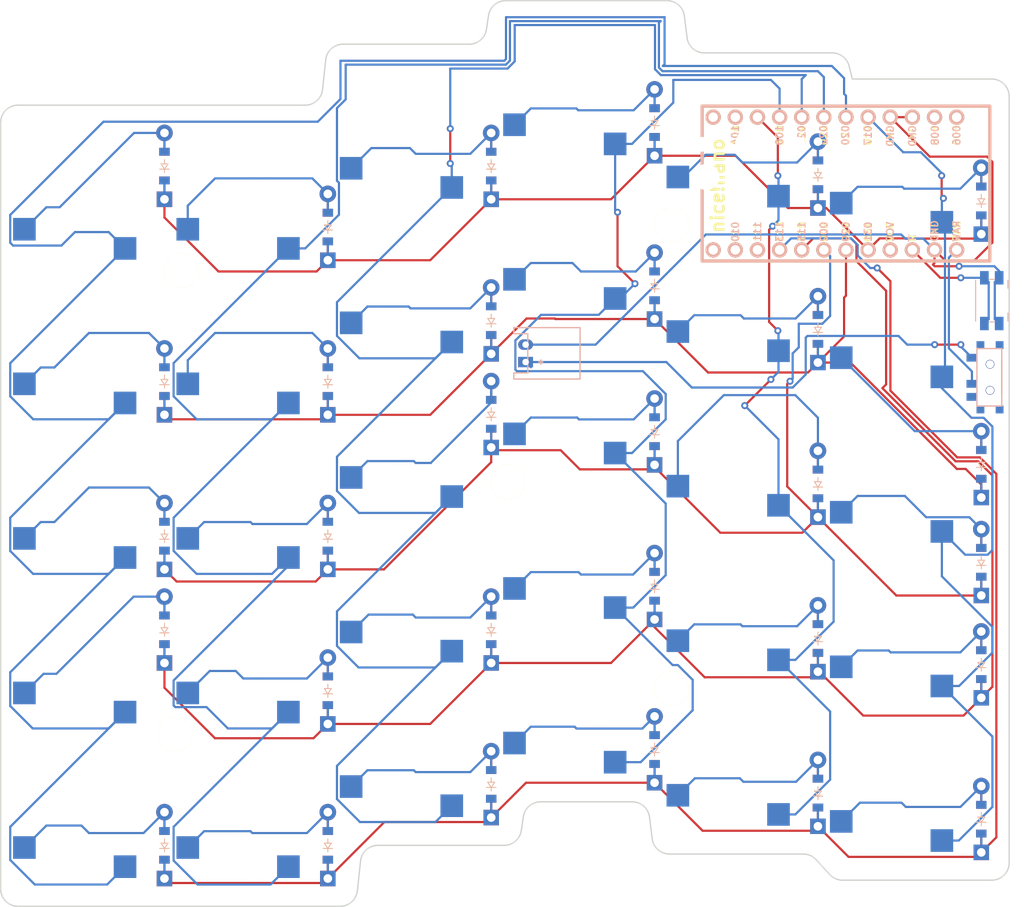
<source format=kicad_pcb>
(kicad_pcb (version 20241229) (generator "pcbnew") (generator_version "9.0")
  (title_block (title "left") (rev "v1.0.0") (company "Unknown"))
  (layers (0 "F.Cu" signal) (2 "B.Cu" signal) (13 "F.Paste" user) (15 "B.Paste" user) (5 "F.SilkS" user "F.Silkscreen") (7 "B.SilkS" user "B.Silkscreen") (1 "F.Mask" user) (3 "B.Mask" user) (25 "Edge.Cuts" user))
  (net 0 "")
  (net 1 "P020")
  (net 2 "first_mod")
  (net 3 "first_bottom")
  (net 4 "first_home")
  (net 5 "first_top")
  (net 6 "first_num")
  (net 7 "P022")
  (net 8 "second_mod")
  (net 9 "second_bottom")
  (net 10 "second_home")
  (net 11 "second_top")
  (net 12 "second_num")
  (net 13 "P024")
  (net 14 "third_mod")
  (net 15 "third_bottom")
  (net 16 "third_home")
  (net 17 "third_top")
  (net 18 "third_num")
  (net 19 "P100")
  (net 20 "fourth_mod")
  (net 21 "fourth_bottom")
  (net 22 "fourth_home")
  (net 23 "fourth_top")
  (net 24 "fourth_num")
  (net 25 "P011")
  (net 26 "fifth_mod")
  (net 27 "fifth_bottom")
  (net 28 "fifth_home")
  (net 29 "fifth_top")
  (net 30 "fifth_num")
  (net 31 "P017")
  (net 32 "sixth_mod")
  (net 33 "sixth_bottom")
  (net 34 "sixth_home")
  (net 35 "sixth_top")
  (net 36 "sixth_num")
  (net 37 "P113")
  (net 38 "P002")
  (net 39 "P029")
  (net 40 "P115")
  (net 41 "P031")
  (net 42 "RAW")
  (net 43 "GND")
  (net 44 "RST")
  (net 45 "VCC")
  (net 46 "P111")
  (net 47 "P010")
  (net 48 "P009")
  (net 49 "P006")
  (net 50 "P008")
  (net 51 "P104")
  (net 52 "P106")
  (net 53 "pos")
  (footprint "E73:SPDT_C128955" (layer "F.Cu") (at 202.55 99.75 -90)
    (property "Reference" "T1" (hide yes))
    (property "Value" "" (hide yes))
  )
  (footprint "PG1350" (layer "F.Cu") (at 175 144 180)
    (property "Reference" "S21" (hide yes))
    (property "Value" "" (hide yes))
  )
  (footprint "PG1350" (layer "F.Cu") (at 193.75 147 180)
    (property "Reference" "S26" (hide yes))
    (property "Value" "" (hide yes))
  )
  (footprint "ComboDiode" (layer "F.Cu") (at 182.8 94.25 90)
    (property "Reference" "D19" (hide yes))
    (property "Value" "" (hide yes))
  )
  (footprint "PG1350" (layer "F.Cu") (at 118.75 150 180)
    (property "Reference" "S6" (hide yes))
    (property "Value" "" (hide yes))
  )
  (footprint "HOLE_M2_TH" (layer "F.Cu") (at 109 140.75)
    (property "Reference" "")
    (property "Value" "")
  )
  (footprint "HOLE_M2_TH" (layer "F.Cu") (at 147.25 111.75)
    (property "Reference" "")
    (property "Value" "")
  )
  (footprint "ComboDiode" (layer "F.Cu") (at 201.55 79.5 90)
    (property "Reference" "D23" (hide yes))
    (property "Value" "" (hide yes))
  )
  (footprint "ComboDiode" (layer "F.Cu") (at 182.8 76.5 90)
    (property "Reference" "D20" (hide yes))
    (property "Value" "" (hide yes))
  )
  (footprint "ComboDiode" (layer "F.Cu") (at 164.05 142.5 90)
    (property "Reference" "D29" (hide yes))
    (property "Value" "" (hide yes))
  )
  (footprint "ComboDiode" (layer "F.Cu") (at 145.3 75.5 90)
    (property "Reference" "D12" (hide yes))
    (property "Value" "" (hide yes))
  )
  (footprint "PG1350" (layer "F.Cu") (at 156.25 120.25 180)
    (property "Reference" "S17" (hide yes))
    (property "Value" "" (hide yes))
  )
  (footprint "ComboDiode" (layer "F.Cu") (at 201.55 121 90)
    (property "Reference" "D25" (hide yes))
    (property "Value" "" (hide yes))
  )
  (footprint "PG1350" (layer "F.Cu") (at 118.75 96.75 180)
    (property "Reference" "S9" (hide yes))
    (property "Value" "" (hide yes))
  )
  (footprint "ComboDiode" (layer "F.Cu") (at 182.8 129.75 90)
    (property "Reference" "D17" (hide yes))
    (property "Value" "" (hide yes))
  )
  (footprint "PG1350" (layer "F.Cu") (at 193.75 129.25 180)
    (property "Reference" "S27" (hide yes))
    (property "Value" "" (hide yes))
  )
  (footprint "PG1350" (layer "F.Cu") (at 100 79 180)
    (property "Reference" "S5" (hide yes))
    (property "Value" "" (hide yes))
  )
  (footprint "HOLE_M2_TH" (layer "F.Cu") (at 109.75 87.5)
    (property "Reference" "")
    (property "Value" "")
  )
  (footprint "PG1350" (layer "F.Cu") (at 100 150 180)
    (property "Reference" "S1" (hide yes))
    (property "Value" "" (hide yes))
  )
  (footprint "ComboDiode" (layer "F.Cu") (at 201.55 109.75 90)
    (property "Reference" "D24" (hide yes))
    (property "Value" "" (hide yes))
  )
  (footprint "PG1350" (layer "F.Cu") (at 193.75 111.5 180)
    (property "Reference" "S28" (hide yes))
    (property "Value" "" (hide yes))
  )
  (footprint "PG1350" (layer "F.Cu") (at 156.25 84.75 180)
    (property "Reference" "S19" (hide yes))
    (property "Value" "" (hide yes))
  )
  (footprint "ComboDiode" (layer "F.Cu") (at 107.8 75.5 90)
    (property "Reference" "D27" (hide yes))
    (property "Value" "" (hide yes))
  )
  (footprint "ComboDiode" (layer "F.Cu") (at 145.3 146.5 90)
    (property "Reference" "D9" (hide yes))
    (property "Value" "" (hide yes))
  )
  (footprint "ComboDiode" (layer "F.Cu") (at 164.05 123.75 90)
    (property "Reference" "D13" (hide yes))
    (property "Value" "" (hide yes))
  )
  (footprint "ComboDiode" (layer "F.Cu") (at 164.05 106 90)
    (property "Reference" "D14" (hide yes))
    (property "Value" "" (hide yes))
  )
  (footprint "PG1350" (layer "F.Cu") (at 193.75 93.75 180)
    (property "Reference" "S29" (hide yes))
    (property "Value" "" (hide yes))
  )
  (footprint "PG1350" (layer "F.Cu") (at 118.75 132.25 180)
    (property "Reference" "S7" (hide yes))
    (property "Value" "" (hide yes))
  )
  (footprint "PG1350" (layer "F.Cu") (at 175 126.25 180)
    (property "Reference" "S22" (hide yes))
    (property "Value" "" (hide yes))
  )
  (footprint "PG1350" (layer "F.Cu") (at 100 96.75 180)
    (property "Reference" "S4" (hide yes))
    (property "Value" "" (hide yes))
  )
  (footprint "ComboDiode" (layer "F.Cu") (at 182.8 112 90)
    (property "Reference" "D18" (hide yes))
    (property "Value" "" (hide yes))
  )
  (footprint "PG1350" (layer "F.Cu") (at 156.25 67 180)
    (property "Reference" "S20" (hide yes))
    (property "Value" "" (hide yes))
  )
  (footprint "PG1350" (layer "F.Cu") (at 118.75 114.5 180)
    (property "Reference" "S8" (hide yes))
    (property "Value" "" (hide yes))
  )
  (footprint "ComboDiode" (layer "F.Cu") (at 126.55 118 90)
    (property "Reference" "D6" (hide yes))
    (property "Value" "" (hide yes))
  )
  (footprint "PG1350" (layer "F.Cu") (at 175 108.5 180)
    (property "Reference" "S23" (hide yes))
    (property "Value" "" (hide yes))
  )
  (footprint "ComboDiode" (layer "F.Cu") (at 107.8 118 90)
    (property "Reference" "D2" (hide yes))
    (property "Value" "" (hide yes))
  )
  (footprint "ComboDiode" (layer "F.Cu") (at 126.55 82.5 90)
    (property "Reference" "D8" (hide yes))
    (property "Value" "" (hide yes))
  )
  (footprint "PG1350" (layer "F.Cu") (at 137.5 125.25 180)
    (property "Reference" "S12" (hide yes))
    (property "Value" "" (hide yes))
  )
  (footprint "ComboDiode" (layer "F.Cu") (at 201.55 150.5 90)
    (property "Reference" "D21" (hide yes))
    (property "Value" "" (hide yes))
  )
  (footprint "ComboDiode" (layer "F.Cu") (at 107.8 100.25 90)
    (property "Reference" "D3" (hide yes))
    (property "Value" "" (hide yes))
  )
  (footprint "PG1350" (layer "F.Cu") (at 175 90.75 180)
    (property "Reference" "S24" (hide yes))
    (property "Value" "" (hide yes))
  )
  (footprint "ComboDiode" (layer "F.Cu") (at 164.05 89.25 90)
    (property "Reference" "D30" (hide yes))
    (property "Value" "" (hide yes))
  )
  (footprint "PG1350" (layer "F.Cu") (at 193.75 76 180)
    (property "Reference" "S30" (hide yes))
    (property "Value" "" (hide yes))
  )
  (footprint "ComboDiode" (layer "F.Cu") (at 145.3 128.75 90)
    (property "Reference" "D10" (hide yes))
    (property "Value" "" (hide yes))
  )
  (footprint "ComboDiode" (layer "F.Cu") (at 145.3 104 90)
    (property "Reference" "D28" (hide yes))
    (property "Value" "" (hide yes))
  )
  (footprint "ComboDiode" (layer "F.Cu") (at 126.55 135.75 90)
    (property "Reference" "D5" (hide yes))
    (property "Value" "" (hide yes))
  )
  (footprint "PG1350" (layer "F.Cu") (at 156.25 102.5 180)
    (property "Reference" "S18" (hide yes))
    (property "Value" "" (hide yes))
  )
  (footprint "PG1350" (layer "F.Cu") (at 137.5 107.5 180)
    (property "Reference" "S13" (hide yes))
    (property "Value" "" (hide yes))
  )
  (footprint "ComboDiode" (layer "F.Cu") (at 182.8 147.5 90)
    (property "Reference" "D16" (hide yes))
    (property "Value" "" (hide yes))
  )
  (footprint "JST_PH_S2B-PH-K_02x2.00mm_Angled" (layer "F.Cu") (at 149.25 97 90)
    (property "Reference" "JST1" (hide yes))
    (property "Value" "" (hide yes))
  )
  (footprint "PG1350" (layer "F.Cu") (at 118.75 79 180)
    (property "Reference" "S10" (hide yes))
    (property "Value" "" (hide yes))
  )
  (footprint "ComboDiode" (layer "F.Cu") (at 126.55 100.25 90)
    (property "Reference" "D7" (hide yes))
    (property "Value" "" (hide yes))
  )
  (footprint "ComboDiode" (layer "F.Cu") (at 145.3 93.25 90)
    (property "Reference" "D11" (hide yes))
    (property "Value" "" (hide yes))
  )
  (footprint "PG1350" (layer "F.Cu") (at 100 132.25 180)
    (property "Reference" "S2" (hide yes))
    (property "Value" "" (hide yes))
  )
  (footprint "PG1350" (layer "F.Cu") (at 137.5 89.75 180)
    (property "Reference" "S14" (hide yes))
    (property "Value" "" (hide yes))
  )
  (footprint "nice_nano" (layer "F.Cu") (at 184.75 77.5 180)
    (property "Reference" "MCU1" (hide yes))
    (property "Value" "nice_nano" (hide yes))
  )
  (footprint "Panasonic_EVQPUL_EVQPUC" (layer "F.Cu") (at 202.75 90.95 -90)
    (property "Reference" "B1" (hide yes))
    (property "Value" "Panasonic_EVQPUL_EVQPUC" (hide yes))
  )
  (footprint "HOLE_M2_TH" (layer "F.Cu") (at 166 82.25)
    (property "Reference" "")
    (property "Value" "")
  )
  (footprint "ComboDiode" (layer "F.Cu") (at 107.8 128.75 90)
    (property "Reference" "D26" (hide yes))
    (property "Value" "" (hide yes))
  )
  (footprint "PG1350" (layer "F.Cu") (at 156.25 138 180)
    (property "Reference" "S16" (hide yes))
    (property "Value" "" (hide yes))
  )
  (footprint "PG1350" (layer "F.Cu") (at 100 114.5 180)
    (property "Reference" "S3" (hide yes))
    (property "Value" "" (hide yes))
  )
  (footprint "ComboDiode" (layer "F.Cu") (at 126.55 153.5 90)
    (property "Reference" "D4" (hide yes))
    (property "Value" "" (hide yes))
  )
  (footprint "PG1350" (layer "F.Cu") (at 137.5 72 180)
    (property "Reference" "S15" (hide yes))
    (property "Value" "" (hide yes))
  )
  (footprint "ComboDiode" (layer "F.Cu") (at 164.05 70.5 90)
    (property "Reference" "D15" (hide yes))
    (property "Value" "" (hide yes))
  )
  (footprint "PG1350" (layer "F.Cu") (at 175 73 180)
    (property "Reference" "S25" (hide yes))
    (property "Value" "" (hide yes))
  )
  (footprint "HOLE_M2_TH" (layer "F.Cu") (at 166 135.5)
    (property "Reference" "")
    (property "Value" "")
  )
  (footprint "ComboDiode" (layer "F.Cu") (at 107.8 153.5 90)
    (property "Reference" "D1" (hide yes))
    (property "Value" "" (hide yes))
  )
  (footprint "PG1350" (layer "F.Cu") (at 137.5 143 180)
    (property "Reference" "S11" (hide yes))
    (property "Value" "" (hide yes))
  )
  (footprint "ComboDiode" (layer "F.Cu") (at 201.55 132.75 90)
    (property "Reference" "D22" (hide yes))
    (property "Value" "" (hide yes))
  )
  (gr_arc (start 169.765564 62.499999) (mid 168.441959 61.999355) (end 167.781009 60.748069) (stroke (width 0.15)) (layer "Edge.Cuts"))
  (gr_arc (start 165.484436 56.500001) (mid 166.808041 57.000645) (end 167.468991 58.251931) (stroke (width 0.15)) (layer "Edge.Cuts"))
  (gr_line (start 204.75 67.5) (end 204.75 155.5) (stroke (width 0.15)) (layer "Edge.Cuts"))
  (gr_arc (start 144.994502 58.203319) (mid 145.667262 56.984519) (end 146.972375 56.5) (stroke (width 0.15)) (layer "Edge.Cuts"))
  (gr_arc (start 165.765564 154.499999) (mid 164.441959 153.999355) (end 163.781009 152.748069) (stroke (width 0.15)) (layer "Edge.Cuts"))
  (gr_line (start 128.297161 61.5) (end 142.777625 61.5) (stroke (width 0.15)) (layer "Edge.Cuts"))
  (gr_arc (start 126.308543 63.286934) (mid 126.960399 62.012363) (end 128.297161 61.5) (stroke (width 0.15)) (layer "Edge.Cuts"))
  (gr_arc (start 144.755498 59.796681) (mid 144.082738 61.015481) (end 142.777625 61.5) (stroke (width 0.15)) (layer "Edge.Cuts"))
  (gr_line (start 130.308543 155.286934) (end 129.941457 158.713066) (stroke (width 0.15)) (layer "Edge.Cuts"))
  (gr_line (start 169.765564 62.5) (end 184.438498 62.5) (stroke (width 0.15)) (layer "Edge.Cuts"))
  (gr_line (start 91 160.5) (end 127.952839 160.5) (stroke (width 0.15)) (layer "Edge.Cuts"))
  (gr_arc (start 130.308543 155.286934) (mid 130.960399 154.012363) (end 132.297161 153.5) (stroke (width 0.15)) (layer "Edge.Cuts"))
  (gr_arc (start 148.994502 150.203319) (mid 149.667262 148.984519) (end 150.972375 148.5) (stroke (width 0.15)) (layer "Edge.Cuts"))
  (gr_line (start 163.781009 152.748069) (end 163.468991 150.251931) (stroke (width 0.15)) (layer "Edge.Cuts"))
  (gr_line (start 125.941457 66.713066) (end 126.308543 63.286934) (stroke (width 0.15)) (layer "Edge.Cuts"))
  (gr_line (start 167.468991 58.251931) (end 167.781009 60.748069) (stroke (width 0.15)) (layer "Edge.Cuts"))
  (gr_line (start 202.75 157.5) (end 185.629803 157.5) (stroke (width 0.15)) (layer "Edge.Cuts"))
  (gr_line (start 184.155495 156.851449) (end 182.594505 155.148551) (stroke (width 0.15)) (layer "Edge.Cuts"))
  (gr_arc (start 89 70.5) (mid 89.585786 69.085786) (end 91 68.5) (stroke (width 0.15)) (layer "Edge.Cuts"))
  (gr_arc (start 185.629803 157.5) (mid 184.824477 157.330696) (end 184.155495 156.851449) (stroke (width 0.15)) (layer "Edge.Cuts"))
  (gr_arc (start 91 160.5) (mid 89.585786 159.914214) (end 89 158.5) (stroke (width 0.15)) (layer "Edge.Cuts"))
  (gr_line (start 186.378767 64.014868) (end 186.7501 65.5) (stroke (width 0.15)) (layer "Edge.Cuts"))
  (gr_line (start 148.994502 150.203319) (end 148.755498 151.796681) (stroke (width 0.15)) (layer "Edge.Cuts"))
  (gr_line (start 146.972375 56.5) (end 165.484436 56.5) (stroke (width 0.15)) (layer "Edge.Cuts"))
  (gr_arc (start 202.75 65.5) (mid 204.164214 66.085786) (end 204.75 67.5) (stroke (width 0.15)) (layer "Edge.Cuts"))
  (gr_line (start 146.777625 153.5) (end 132.297161 153.5) (stroke (width 0.15)) (layer "Edge.Cuts"))
  (gr_line (start 91 68.5) (end 123.952839 68.5) (stroke (width 0.15)) (layer "Edge.Cuts"))
  (gr_arc (start 129.941457 158.713066) (mid 129.289601 159.987637) (end 127.952839 160.5) (stroke (width 0.15)) (layer "Edge.Cuts"))
  (gr_line (start 161.484436 148.5) (end 150.972375 148.5) (stroke (width 0.15)) (layer "Edge.Cuts"))
  (gr_arc (start 204.75 155.5) (mid 204.164214 156.914214) (end 202.75 157.5) (stroke (width 0.15)) (layer "Edge.Cuts"))
  (gr_arc (start 125.941457 66.713066) (mid 125.289601 67.987637) (end 123.952839 68.5) (stroke (width 0.15)) (layer "Edge.Cuts"))
  (gr_line (start 89 158.5) (end 89 70.5) (stroke (width 0.15)) (layer "Edge.Cuts"))
  (gr_line (start 144.755498 59.796681) (end 144.994502 58.203319) (stroke (width 0.15)) (layer "Edge.Cuts"))
  (gr_arc (start 181.120197 154.5) (mid 181.925523 154.669304) (end 182.594505 155.148551) (stroke (width 0.15)) (layer "Edge.Cuts"))
  (gr_line (start 186.7501 65.5) (end 202.75 65.5) (stroke (width 0.15)) (layer "Edge.Cuts"))
  (gr_arc (start 161.484436 148.500001) (mid 162.808041 149.000645) (end 163.468991 150.251931) (stroke (width 0.15)) (layer "Edge.Cuts"))
  (gr_line (start 181.120197 154.5) (end 165.765564 154.5) (stroke (width 0.15)) (layer "Edge.Cuts"))
  (gr_arc (start 148.755498 151.796681) (mid 148.082738 153.015481) (end 146.777625 153.5) (stroke (width 0.15)) (layer "Edge.Cuts"))
  (gr_arc (start 184.438498 62.500001) (mid 185.669297 62.923571) (end 186.378767 64.014868) (stroke (width 0.15)) (layer "Edge.Cuts"))
  (segment (start 103.275 84.95) (end 101.4 83.075) (width 0.25) (layer "B.Cu") (net 1))
  (segment (start 101.225 158) (end 103.275 155.95) (width 0.25) (layer "B.Cu") (net 1))
  (segment (start 125.4 70.4) (end 128 67.8) (width 0.25) (layer "B.Cu") (net 1))
  (segment (start 101.4 83.075) (end 97.525 83.075) (width 0.25) (layer "B.Cu") (net 1))
  (segment (start 92.74038 104.575) (end 101.4 104.575) (width 0.25) (layer "B.Cu") (net 1))
  (segment (start 186.02 67.42) (end 186.02 69.88) (width 0.25) (layer "B.Cu") (net 1))
  (segment (start 100.8 70.4) (end 125.4 70.4) (width 0.25) (layer "B.Cu") (net 1))
  (segment (start 184.4 64) (end 185.8 65.4) (width 0.25) (layer "B.Cu") (net 1))
  (segment (start 90.1 133.625) (end 90.1 137.5) (width 0.25) (layer "B.Cu") (net 1))
  (segment (start 90.1 137.5) (end 92.675 140.075) (width 0.25) (layer "B.Cu") (net 1))
  (segment (start 90.1 151.375) (end 90.1 155.18462) (width 0.25) (layer "B.Cu") (net 1))
  (segment (start 165 64) (end 184.4 64) (width 0.25) (layer "B.Cu") (net 1))
  (segment (start 101.4 140.075) (end 103.275 138.2) (width 0.25) (layer "B.Cu") (net 1))
  (segment (start 90.425 84.625) (end 90.1 84.3) (width 0.25) (layer "B.Cu") (net 1))
  (segment (start 90.1 119.7) (end 92.725 122.325) (width 0.25) (layer "B.Cu") (net 1))
  (segment (start 147 58.4) (end 165.2 58.4) (width 0.25) (layer "B.Cu") (net 1))
  (segment (start 128 63.4) (end 146.8 63.4) (width 0.25) (layer "B.Cu") (net 1))
  (segment (start 103.275 84.95) (end 90.1 98.125) (width 0.25) (layer "B.Cu") (net 1))
  (segment (start 90.1 98.125) (end 90.1 101.93462) (width 0.25) (layer "B.Cu") (net 1))
  (segment (start 128 67.8) (end 128 63.4) (width 0.25) (layer "B.Cu") (net 1))
  (segment (start 101.4 122.325) (end 103.275 120.45) (width 0.25) (layer "B.Cu") (net 1))
  (segment (start 103.275 102.7) (end 90.1 115.875) (width 0.25) (layer "B.Cu") (net 1))
  (segment (start 90.1 101.93462) (end 92.74038 104.575) (width 0.25) (layer "B.Cu") (net 1))
  (segment (start 92.675 140.075) (end 101.4 140.075) (width 0.25) (layer "B.Cu") (net 1))
  (segment (start 92.725 122.325) (end 101.4 122.325) (width 0.25) (layer "B.Cu") (net 1))
  (segment (start 97.525 83.075) (end 95.975 84.625) (width 0.25) (layer "B.Cu") (net 1))
  (segment (start 90.1 84.3) (end 90.1 81.1) (width 0.25) (layer "B.Cu") (net 1))
  (segment (start 90.1 81.1) (end 100.8 70.4) (width 0.25) (layer "B.Cu") (net 1))
  (segment (start 90.1 115.875) (end 90.1 119.7) (width 0.25) (layer "B.Cu") (net 1))
  (segment (start 103.275 120.45) (end 90.1 133.625) (width 0.25) (layer "B.Cu") (net 1))
  (segment (start 185.8 65.4) (end 185.8 67.2) (width 0.25) (layer "B.Cu") (net 1))
  (segment (start 147 63.2) (end 147 58.4) (width 0.25) (layer "B.Cu") (net 1))
  (segment (start 165.2 58.4) (end 165.2 63.8) (width 0.25) (layer "B.Cu") (net 1))
  (segment (start 185.8 67.2) (end 186.02 67.42) (width 0.25) (layer "B.Cu") (net 1))
  (segment (start 146.8 63.4) (end 147 63.2) (width 0.25) (layer "B.Cu") (net 1))
  (segment (start 90.1 155.18462) (end 92.91538 158) (width 0.25) (layer "B.Cu") (net 1))
  (segment (start 165.2 63.8) (end 165 64) (width 0.25) (layer "B.Cu") (net 1))
  (segment (start 95.975 84.625) (end 90.425 84.625) (width 0.25) (layer "B.Cu") (net 1))
  (segment (start 101.4 104.575) (end 103.275 102.7) (width 0.25) (layer "B.Cu") (net 1))
  (segment (start 92.91538 158) (end 101.225 158) (width 0.25) (layer "B.Cu") (net 1))
  (segment (start 103.275 138.2) (end 90.1 151.375) (width 0.25) (layer "B.Cu") (net 1))
  (segment (start 107.8 149.69) (end 107.8 151.85) (width 0.25) (layer "F.Cu") (net 2))
  (segment (start 94.2491 151.2259) (end 98.270901 151.2259) (width 0.25) (layer "B.Cu") (net 2))
  (segment (start 98.270901 151.2259) (end 99.134501 152.0895) (width 0.25) (layer "B.Cu") (net 2))
  (segment (start 105.4005 152.0895) (end 107.8 149.69) (width 0.25) (layer "B.Cu") (net 2))
  (segment (start 99.134501 152.0895) (end 105.4005 152.0895) (width 0.25) (layer "B.Cu") (net 2))
  (segment (start 107.8 149.69) (end 107.8 151.85) (width 0.25) (layer "B.Cu") (net 2))
  (segment (start 91.725 153.75) (end 94.2491 151.2259) (width 0.25) (layer "B.Cu") (net 2))
  (segment (start 107.8 124.94) (end 107.8 127.1) (width 0.25) (layer "F.Cu") (net 3))
  (segment (start 91.725 136) (end 93.9225 133.8025) (width 0.25) (layer "B.Cu") (net 3))
  (segment (start 93.9225 133.8025) (end 95.3975 133.8025) (width 0.25) (layer "B.Cu") (net 3))
  (segment (start 107.8 124.94) (end 107.8 127.1) (width 0.25) (layer "B.Cu") (net 3))
  (segment (start 95.3975 133.8025) (end 104.26 124.94) (width 0.25) (layer "B.Cu") (net 3))
  (segment (start 104.26 124.94) (end 107.8 124.94) (width 0.25) (layer "B.Cu") (net 3))
  (segment (start 107.8 114.19) (end 107.8 116.35) (width 0.25) (layer "F.Cu") (net 4))
  (segment (start 95.170001 116.375) (end 99.134501 112.4105) (width 0.25) (layer "B.Cu") (net 4))
  (segment (start 106.0205 112.4105) (end 107.8 114.19) (width 0.25) (layer "B.Cu") (net 4))
  (segment (start 99.134501 112.4105) (end 106.0205 112.4105) (width 0.25) (layer "B.Cu") (net 4))
  (segment (start 93.6 116.375) (end 95.170001 116.375) (width 0.25) (layer "B.Cu") (net 4))
  (segment (start 91.725 118.25) (end 93.6 116.375) (width 0.25) (layer "B.Cu") (net 4))
  (segment (start 107.8 114.19) (end 107.8 116.35) (width 0.25) (layer "B.Cu") (net 4))
  (segment (start 107.8 96.44) (end 107.8 98.6) (width 0.25) (layer "F.Cu") (net 5))
  (segment (start 93.6 98.625) (end 95.170001 98.625) (width 0.25) (layer "B.Cu") (net 5))
  (segment (start 107.8 96.44) (end 107.8 98.6) (width 0.25) (layer "B.Cu") (net 5))
  (segment (start 91.725 100.5) (end 93.6 98.625) (width 0.25) (layer "B.Cu") (net 5))
  (segment (start 106.0205 94.6605) (end 107.8 96.44) (width 0.25) (layer "B.Cu") (net 5))
  (segment (start 95.170001 98.625) (end 99.134501 94.6605) (width 0.25) (layer "B.Cu") (net 5))
  (segment (start 99.134501 94.6605) (end 106.0205 94.6605) (width 0.25) (layer "B.Cu") (net 5))
  (segment (start 107.8 71.69) (end 107.8 73.85) (width 0.25) (layer "F.Cu") (net 6))
  (segment (start 107.8 71.69) (end 107.8 73.85) (width 0.25) (layer "B.Cu") (net 6))
  (segment (start 94.2491 80.2259) (end 95.7741 80.2259) (width 0.25) (layer "B.Cu") (net 6))
  (segment (start 104.31 71.69) (end 107.8 71.69) (width 0.25) (layer "B.Cu") (net 6))
  (segment (start 91.725 82.75) (end 94.2491 80.2259) (width 0.25) (layer "B.Cu") (net 6))
  (segment (start 95.7741 80.2259) (end 104.31 71.69) (width 0.25) (layer "B.Cu") (net 6))
  (segment (start 112.625 137.625) (end 115.075 140.075) (width 0.25) (layer "B.Cu") (net 7))
  (segment (start 111.49038 122.325) (end 120.15 122.325) (width 0.25) (layer "B.Cu") (net 7))
  (segment (start 128.6 63.85) (end 146.986396 63.85) (width 0.25) (layer "B.Cu") (net 7))
  (segment (start 122.025 121.39038) (end 108.85 134.56538) (width 0.25) (layer "B.Cu") (net 7))
  (segment (start 115.075 140.075) (end 120.15 140.075) (width 0.25) (layer "B.Cu") (net 7))
  (segment (start 108.85 101.93462) (end 111.49038 104.575) (width 0.25) (layer "B.Cu") (net 7))
  (segment (start 120.15 104.575) (end 122.025 102.7) (width 0.25) (layer "B.Cu") (net 7))
  (segment (start 108.85 115.875) (end 108.85 119.68462) (width 0.25) (layer "B.Cu") (net 7))
  (segment (start 122.025 138.2) (end 108.85 151.375) (width 0.25) (layer "B.Cu") (net 7))
  (segment (start 122.025 120.45) (end 122.025 121.39038) (width 0.25) (layer "B.Cu") (net 7))
  (segment (start 128.6 67.836396) (end 128.6 63.85) (width 0.25) (layer "B.Cu") (net 7))
  (segment (start 127.6 68.836396) (end 128.6 67.836396) (width 0.25) (layer "B.Cu") (net 7))
  (segment (start 182.8 64.6) (end 183.48 65.28) (width 0.25) (layer "B.Cu") (net 7))
  (segment (start 127.6 77.18462) (end 127.6 68.836396) (width 0.25) (layer "B.Cu") (net 7))
  (segment (start 111.49038 104.575) (end 120.15 104.575) (width 0.25) (layer "B.Cu") (net 7))
  (segment (start 122.025 84.95) (end 123.95962 84.95) (width 0.25) (layer "B.Cu") (net 7))
  (segment (start 164.963604 64.6) (end 182.8 64.6) (width 0.25) (layer "B.Cu") (net 7))
  (segment (start 120.15 140.075) (end 122.025 138.2) (width 0.25) (layer "B.Cu") (net 7))
  (segment (start 122.025 84.95) (end 108.85 98.125) (width 0.25) (layer "B.Cu") (net 7))
  (segment (start 183.48 65.28) (end 183.48 69.88) (width 0.25) (layer "B.Cu") (net 7))
  (segment (start 127.8275 77.41212) (end 127.6 77.18462) (width 0.25) (layer "B.Cu") (net 7))
  (segment (start 108.85 98.125) (end 108.85 101.93462) (width 0.25) (layer "B.Cu") (net 7))
  (segment (start 164.75 58.85) (end 164.55 59.05) (width 0.25) (layer "B.Cu") (net 7))
  (segment (start 120.15 122.325) (end 122.025 120.45) (width 0.25) (layer "B.Cu") (net 7))
  (segment (start 108.85 155.25) (end 111.6 158) (width 0.25) (layer "B.Cu") (net 7))
  (segment (start 108.85 134.56538) (end 108.85 137.43462) (width 0.25) (layer "B.Cu") (net 7))
  (segment (start 164.55 64.186396) (end 164.963604 64.6) (width 0.25) (layer "B.Cu") (net 7))
  (segment (start 108.85 119.68462) (end 111.49038 122.325) (width 0.25) (layer "B.Cu") (net 7))
  (segment (start 147.45 63.386396) (end 147.45 58.85) (width 0.25) (layer "B.Cu") (net 7))
  (segment (start 147.45 58.85) (end 164.75 58.85) (width 0.25) (layer "B.Cu") (net 7))
  (segment (start 123.95962 84.95) (end 127.8275 81.08212) (width 0.25) (layer "B.Cu") (net 7))
  (segment (start 164.55 59.05) (end 164.55 64.186396) (width 0.25) (layer "B.Cu") (net 7))
  (segment (start 122.025 102.7) (end 108.85 115.875) (width 0.25) (layer "B.Cu") (net 7))
  (segment (start 108.85 137.43462) (end 109.04038 137.625) (width 0.25) (layer "B.Cu") (net 7))
  (segment (start 111.6 158) (end 119.975 158) (width 0.25) (layer "B.Cu") (net 7))
  (segment (start 108.85 151.375) (end 108.85 155.25) (width 0.25) (layer "B.Cu") (net 7))
  (segment (start 146.986396 63.85) (end 147.45 63.386396) (width 0.25) (layer "B.Cu") (net 7))
  (segment (start 119.975 158) (end 122.025 155.95) (width 0.25) (layer "B.Cu") (net 7))
  (segment (start 109.04038 137.625) (end 112.625 137.625) (width 0.25) (layer "B.Cu") (net 7))
  (segment (start 127.8275 81.08212) (end 127.8275 77.41212) (width 0.25) (layer "B.Cu") (net 7))
  (segment (start 126.55 151.85) (end 126.55 149.69) (width 0.25) (layer "F.Cu") (net 8))
  (segment (start 124.1505 152.0895) (end 126.55 149.69) (width 0.25) (layer "B.Cu") (net 8))
  (segment (start 112.35 151.875) (end 117.670001 151.875) (width 0.25) (layer "B.Cu") (net 8))
  (segment (start 117.884501 152.0895) (end 124.1505 152.0895) (width 0.25) (layer "B.Cu") (net 8))
  (segment (start 110.475 153.75) (end 112.35 151.875) (width 0.25) (layer "B.Cu") (net 8))
  (segment (start 126.55 149.69) (end 126.55 151.85) (width 0.25) (layer "B.Cu") (net 8))
  (segment (start 117.670001 151.875) (end 117.884501 152.0895) (width 0.25) (layer "B.Cu") (net 8))
  (segment (start 126.55 131.94) (end 126.55 134.1) (width 0.25) (layer "F.Cu") (net 9))
  (segment (start 110.475 136) (end 112.9991 133.4759) (width 0.25) (layer "B.Cu") (net 9))
  (segment (start 115.9846 133.4759) (end 116.8482 134.3395) (width 0.25) (layer "B.Cu") (net 9))
  (segment (start 116.8482 134.3395) (end 124.1505 134.3395) (width 0.25) (layer "B.Cu") (net 9))
  (segment (start 112.9991 133.4759) (end 115.9846 133.4759) (width 0.25) (layer "B.Cu") (net 9))
  (segment (start 124.1505 134.3395) (end 126.55 131.94) (width 0.25) (layer "B.Cu") (net 9))
  (segment (start 126.55 131.94) (end 126.55 134.1) (width 0.25) (layer "B.Cu") (net 9))
  (segment (start 126.55 114.19) (end 126.55 116.35) (width 0.25) (layer "F.Cu") (net 10))
  (segment (start 112.35 116.375) (end 117.670001 116.375) (width 0.25) (layer "B.Cu") (net 10))
  (segment (start 117.895001 116.6) (end 124.14 116.6) (width 0.25) (layer "B.Cu") (net 10))
  (segment (start 126.55 114.19) (end 126.55 116.35) (width 0.25) (layer "B.Cu") (net 10))
  (segment (start 110.475 118.25) (end 112.35 116.375) (width 0.25) (layer "B.Cu") (net 10))
  (segment (start 124.14 116.6) (end 126.55 114.19) (width 0.25) (layer "B.Cu") (net 10))
  (segment (start 117.670001 116.375) (end 117.895001 116.6) (width 0.25) (layer "B.Cu") (net 10))
  (segment (start 126.55 96.44) (end 126.55 98.6) (width 0.25) (layer "F.Cu") (net 11))
  (segment (start 110.475 100.5) (end 110.475 97.791316) (width 0.25) (layer "B.Cu") (net 11))
  (segment (start 110.475 97.791316) (end 113.605816 94.6605) (width 0.25) (layer "B.Cu") (net 11))
  (segment (start 113.605816 94.6605) (end 124.7705 94.6605) (width 0.25) (layer "B.Cu") (net 11))
  (segment (start 126.55 96.44) (end 126.55 98.6) (width 0.25) (layer "B.Cu") (net 11))
  (segment (start 124.7705 94.6605) (end 126.55 96.44) (width 0.25) (layer "B.Cu") (net 11))
  (segment (start 126.55 78.69) (end 126.55 80.85) (width 0.25) (layer "F.Cu") (net 12))
  (segment (start 113.605816 76.9105) (end 124.7705 76.9105) (width 0.25) (layer "B.Cu") (net 12))
  (segment (start 124.7705 76.9105) (end 126.55 78.69) (width 0.25) (layer "B.Cu") (net 12))
  (segment (start 110.475 82.75) (end 110.475 80.041316) (width 0.25) (layer "B.Cu") (net 12))
  (segment (start 110.475 80.041316) (end 113.605816 76.9105) (width 0.25) (layer "B.Cu") (net 12))
  (segment (start 126.55 78.69) (end 126.55 80.85) (width 0.25) (layer "B.Cu") (net 12))
  (segment (start 140.6 75.2) (end 140.6 71.2) (width 0.25) (layer "F.Cu") (net 13))
  (via (at 140.6 75.2) (size 0.8) (drill 0.4) (layers "F.Cu" "B.Cu") (net 13))
  (via (at 140.6 71.2) (size 0.8) (drill 0.4) (layers "F.Cu" "B.Cu") (net 13))
  (segment (start 147.172792 64.3) (end 148 63.472792) (width 0.25) (layer "B.Cu") (net 13))
  (segment (start 148 63.472792) (end 148 59.3) (width 0.25) (layer "B.Cu") (net 13))
  (segment (start 140.775 77.95) (end 127.6 91.125) (width 0.25) (layer "B.Cu") (net 13))
  (segment (start 140.775 75.375) (end 140.6 75.2) (width 0.25) (layer "B.Cu") (net 13))
  (segment (start 127.6 91.125) (end 127.6 95) (width 0.25) (layer "B.Cu") (net 13))
  (segment (start 140.775 113.45) (end 127.6 126.625) (width 0.25) (layer "B.Cu") (net 13))
  (segment (start 127.6 108.875) (end 127.6 112.8) (width 0.25) (layer "B.Cu") (net 13))
  (segment (start 138.9 133.075) (end 140.775 131.2) (width 0.25) (layer "B.Cu") (net 13))
  (segment (start 138.9 115.325) (end 140.775 113.45) (width 0.25) (layer "B.Cu") (net 13))
  (segment (start 140.6 64.3) (end 147.172792 64.3) (width 0.25) (layer "B.Cu") (net 13))
  (segment (start 164.1 64.372792) (end 164.777208 65.05) (width 0.25) (layer "B.Cu") (net 13))
  (segment (start 127.6 126.625) (end 127.6 130.6) (width 0.25) (layer "B.Cu") (net 13))
  (segment (start 138.9 150.825) (end 140.775 148.95) (width 0.25) (layer "B.Cu") (net 13))
  (segment (start 127.6 112.8) (end 130.125 115.325) (width 0.25) (layer "B.Cu") (net 13))
  (segment (start 140.775 131.2) (end 127.6 144.375) (width 0.25) (layer "B.Cu") (net 13))
  (segment (start 140.775 77.95) (end 140.775 75.375) (width 0.25) (layer "B.Cu") (net 13))
  (segment (start 130.075 133.075) (end 138.9 133.075) (width 0.25) (layer "B.Cu") (net 13))
  (segment (start 181.4 65.05) (end 180.94 65.51) (width 0.25) (layer "B.Cu") (net 13))
  (segment (start 127.6 144.375) (end 127.6 148.18462) (width 0.25) (layer "B.Cu") (net 13))
  (segment (start 138.9 97.575) (end 140.775 95.7) (width 0.25) (layer "B.Cu") (net 13))
  (segment (start 127.6 130.6) (end 130.075 133.075) (width 0.25) (layer "B.Cu") (net 13))
  (segment (start 164.777208 65.05) (end 181.4 65.05) (width 0.25) (layer "B.Cu") (net 13))
  (segment (start 130.24038 150.825) (end 138.9 150.825) (width 0.25) (layer "B.Cu") (net 13))
  (segment (start 180.94 65.51) (end 180.94 69.88) (width 0.25) (layer "B.Cu") (net 13))
  (segment (start 127.6 148.18462) (end 130.24038 150.825) (width 0.25) (layer "B.Cu") (net 13))
  (segment (start 140.775 95.7) (end 127.6 108.875) (width 0.25) (layer "B.Cu") (net 13))
  (segment (start 127.6 95) (end 130.175 97.575) (width 0.25) (layer "B.Cu") (net 13))
  (segment (start 130.125 115.325) (end 138.9 115.325) (width 0.25) (layer "B.Cu") (net 13))
  (segment (start 148 59.3) (end 164.1 59.3) (width 0.25) (layer "B.Cu") (net 13))
  (segment (start 140.6 71.2) (end 140.6 64.3) (width 0.25) (layer "B.Cu") (net 13))
  (segment (start 164.1 59.3) (end 164.1 64.372792) (width 0.25) (layer "B.Cu") (net 13))
  (segment (start 130.175 97.575) (end 138.9 97.575) (width 0.25) (layer "B.Cu") (net 13))
  (segment (start 145.3 142.69) (end 145.3 144.85) (width 0.25) (layer "F.Cu") (net 14))
  (segment (start 142.9005 145.0895) (end 145.3 142.69) (width 0.25) (layer "B.Cu") (net 14))
  (segment (start 131.1 144.875) (end 136.420001 144.875) (width 0.25) (layer "B.Cu") (net 14))
  (segment (start 129.225 146.75) (end 131.1 144.875) (width 0.25) (layer "B.Cu") (net 14))
  (segment (start 136.634501 145.0895) (end 142.9005 145.0895) (width 0.25) (layer "B.Cu") (net 14))
  (segment (start 136.420001 144.875) (end 136.634501 145.0895) (width 0.25) (layer "B.Cu") (net 14))
  (segment (start 145.3 142.69) (end 145.3 144.85) (width 0.25) (layer "B.Cu") (net 14))
  (segment (start 145.3 124.94) (end 145.3 127.1) (width 0.25) (layer "F.Cu") (net 15))
  (segment (start 145.3 124.94) (end 145.3 127.1) (width 0.25) (layer "B.Cu") (net 15))
  (segment (start 131.225 127) (end 136.295001 127) (width 0.25) (layer "B.Cu") (net 15))
  (segment (start 136.634501 127.3395) (end 142.9005 127.3395) (width 0.25) (layer "B.Cu") (net 15))
  (segment (start 129.225 129) (end 131.225 127) (width 0.25) (layer "B.Cu") (net 15))
  (segment (start 142.9005 127.3395) (end 145.3 124.94) (width 0.25) (layer "B.Cu") (net 15))
  (segment (start 136.295001 127) (end 136.634501 127.3395) (width 0.25) (layer "B.Cu") (net 15))
  (segment (start 145.3 100.19) (end 145.3 102.35) (width 0.25) (layer "F.Cu") (net 16))
  (segment (start 131.1 109.375) (end 136.420001 109.375) (width 0.25) (layer "B.Cu") (net 16))
  (segment (start 136.634501 109.5895) (end 138.365499 109.5895) (width 0.25) (layer "B.Cu") (net 16))
  (segment (start 145.3 102.654999) (end 145.3 100.19) (width 0.25) (layer "B.Cu") (net 16))
  (segment (start 129.225 111.25) (end 131.1 109.375) (width 0.25) (layer "B.Cu") (net 16))
  (segment (start 145.3 100.19) (end 145.3 102.35) (width 0.25) (layer "B.Cu") (net 16))
  (segment (start 138.365499 109.5895) (end 145.3 102.654999) (width 0.25) (layer "B.Cu") (net 16))
  (segment (start 136.420001 109.375) (end 136.634501 109.5895) (width 0.25) (layer "B.Cu") (net 16))
  (segment (start 145.3 89.44) (end 145.3 91.6) (width 0.25) (layer "F.Cu") (net 17))
  (segment (start 129.225 93.5) (end 131.1 91.625) (width 0.25) (layer "B.Cu") (net 17))
  (segment (start 142.9005 91.8395) (end 145.3 89.44) (width 0.25) (layer "B.Cu") (net 17))
  (segment (start 131.1 91.625) (end 135.825 91.625) (width 0.25) (layer "B.Cu") (net 17))
  (segment (start 145.3 89.44) (end 145.3 91.6) (width 0.25) (layer "B.Cu") (net 17))
  (segment (start 135.825 91.625) (end 136.0395 91.8395) (width 0.25) (layer "B.Cu") (net 17))
  (segment (start 136.0395 91.8395) (end 142.9005 91.8395) (width 0.25) (layer "B.Cu") (net 17))
  (segment (start 145.3 71.69) (end 145.3 73.85) (width 0.25) (layer "F.Cu") (net 18))
  (segment (start 145.3 71.69) (end 145.3 73.85) (width 0.25) (layer "B.Cu") (net 18))
  (segment (start 131.5475 73.4275) (end 135.972501 73.4275) (width 0.25) (layer "B.Cu") (net 18))
  (segment (start 135.972501 73.4275) (end 136.634501 74.0895) (width 0.25) (layer "B.Cu") (net 18))
  (segment (start 129.225 75.75) (end 131.5475 73.4275) (width 0.25) (layer "B.Cu") (net 18))
  (segment (start 142.9005 74.0895) (end 145.3 71.69) (width 0.25) (layer "B.Cu") (net 18))
  (segment (start 136.634501 74.0895) (end 142.9005 74.0895) (width 0.25) (layer "B.Cu") (net 18))
  (segment (start 159.8 87) (end 159.8 80.8) (width 0.25) (layer "F.Cu") (net 19))
  (segment (start 161.8 89) (end 159.8 87) (width 0.25) (layer "F.Cu") (net 19))
  (via (at 159.8 80.8) (size 0.8) (drill 0.4) (layers "F.Cu" "B.Cu") (net 19))
  (via (at 161.8 89) (size 0.8) (drill 0.4) (layers "F.Cu" "B.Cu") (net 19))
  (segment (start 161.45962 72.95) (end 166.2 68.20962) (width 0.25) (layer "B.Cu") (net 19))
  (segment (start 165.3275 122.4725) (end 165.3275 114.2525) (width 0.25) (layer "B.Cu") (net 19))
  (segment (start 159.525 108.45) (end 161.45962 108.45) (width 0.25) (layer "B.Cu") (net 19))
  (segment (start 159.525 90.7) (end 160.1 90.7) (width 0.25) (layer "B.Cu") (net 19))
  (segment (start 165.3275 114.2525) (end 159.525 108.45) (width 0.25) (layer "B.Cu") (net 19))
  (segment (start 161.45962 108.45) (end 165.3275 104.58212) (width 0.25) (layer "B.Cu") (net 19))
  (segment (start 166.729468 132.8) (end 166.125 132.8) (width 0.25) (layer "B.Cu") (net 19))
  (segment (start 161.6 126.2) (end 165.3275 122.4725) (width 0.25) (layer "B.Cu") (net 19))
  (segment (start 148.25 99.05) (end 148.075 98.875) (width 0.25) (layer "B.Cu") (net 19))
  (segment (start 165.3275 104.58212) (end 165.3275 101.660842) (width 0.25) (layer "B.Cu") (net 19))
  (segment (start 148.075 95.525) (end 151.025 92.575) (width 0.25) (layer "B.Cu") (net 19))
  (segment (start 159.525 80.525) (end 159.525 72.95) (width 0.25) (layer "B.Cu") (net 19))
  (segment (start 157.65 92.575) (end 159.525 90.7) (width 0.25) (layer "B.Cu") (net 19))
  (segment (start 168.425 134.495532) (end 166.729468 132.8) (width 0.25) (layer "B.Cu") (net 19))
  (segment (start 159.525 72.95) (end 161.45962 72.95) (width 0.25) (layer "B.Cu") (net 19))
  (segment (start 159.525 143.95) (end 162.45962 143.95) (width 0.25) (layer "B.Cu") (net 19))
  (segment (start 148.075 98.875) (end 148.075 95.525) (width 0.25) (layer "B.Cu") (net 19))
  (segment (start 159.8 80.8) (end 159.525 80.525) (width 0.25) (layer "B.Cu") (net 19))
  (segment (start 177.4 65.6) (end 178.4 66.6) (width 0.25) (layer "B.Cu") (net 19))
  (segment (start 151.025 92.575) (end 157.65 92.575) (width 0.25) (layer "B.Cu") (net 19))
  (segment (start 162.716658 99.05) (end 148.25 99.05) (width 0.25) (layer "B.Cu") (net 19))
  (segment (start 160.1 90.7) (end 161.8 89) (width 0.25) (layer "B.Cu") (net 19))
  (segment (start 159.525 126.2) (end 161.6 126.2) (width 0.25) (layer "B.Cu") (net 19))
  (segment (start 162.45962 143.95) (end 168.425 137.98462) (width 0.25) (layer "B.Cu") (net 19))
  (segment (start 166.2 68.20962) (end 166.2 65.6) (width 0.25) (layer "B.Cu") (net 19))
  (segment (start 168.425 137.98462) (end 168.425 134.495532) (width 0.25) (layer "B.Cu") (net 19))
  (segment (start 165.3275 101.660842) (end 162.716658 99.05) (width 0.25) (layer "B.Cu") (net 19))
  (segment (start 178.4 66.6) (end 178.4 69.88) (width 0.25) (layer "B.Cu") (net 19))
  (segment (start 166.125 132.8) (end 159.525 126.2) (width 0.25) (layer "B.Cu") (net 19))
  (segment (start 166.2 65.6) (end 177.4 65.6) (width 0.25) (layer "B.Cu") (net 19))
  (segment (start 164.05 138.69) (end 164.05 140.85) (width 0.25) (layer "F.Cu") (net 20))
  (segment (start 162.6505 140.0895) (end 164.05 138.69) (width 0.25) (layer "B.Cu") (net 20))
  (segment (start 147.975 141.75) (end 149.85 139.875) (width 0.25) (layer "B.Cu") (net 20))
  (segment (start 154.875 139.875) (end 155.0895 140.0895) (width 0.25) (layer "B.Cu") (net 20))
  (segment (start 164.05 138.69) (end 164.05 140.85) (width 0.25) (layer "B.Cu") (net 20))
  (segment (start 149.85 139.875) (end 154.875 139.875) (width 0.25) (layer "B.Cu") (net 20))
  (segment (start 155.0895 140.0895) (end 162.6505 140.0895) (width 0.25) (layer "B.Cu") (net 20))
  (segment (start 164.05 119.94) (end 164.05 122.1) (width 0.25) (layer "F.Cu") (net 21))
  (segment (start 149.85 122.125) (end 155.325 122.125) (width 0.25) (layer "B.Cu") (net 21))
  (segment (start 155.6 122.4) (end 161.59 122.4) (width 0.25) (layer "B.Cu") (net 21))
  (segment (start 161.59 122.4) (end 164.05 119.94) (width 0.25) (layer "B.Cu") (net 21))
  (segment (start 147.975 124) (end 149.85 122.125) (width 0.25) (layer "B.Cu") (net 21))
  (segment (start 155.325 122.125) (end 155.6 122.4) (width 0.25) (layer "B.Cu") (net 21))
  (segment (start 164.05 119.94) (end 164.05 122.1) (width 0.25) (layer "B.Cu") (net 21))
  (segment (start 164.05 102.19) (end 164.05 104.35) (width 0.25) (layer "F.Cu") (net 22))
  (segment (start 147.975 106.25) (end 149.85 104.375) (width 0.25) (layer "B.Cu") (net 22))
  (segment (start 164.05 102.19) (end 164.05 104.35) (width 0.25) (layer "B.Cu") (net 22))
  (segment (start 149.85 104.375) (end 155.170001 104.375) (width 0.25) (layer "B.Cu") (net 22))
  (segment (start 155.170001 104.375) (end 155.384501 104.5895) (width 0.25) (layer "B.Cu") (net 22))
  (segment (start 155.384501 104.5895) (end 161.6505 104.5895) (width 0.25) (layer "B.Cu") (net 22))
  (segment (start 161.6505 104.5895) (end 164.05 102.19) (width 0.25) (layer "B.Cu") (net 22))
  (segment (start 164.05 85.44) (end 164.05 87.6) (width 0.25) (layer "F.Cu") (net 23))
  (segment (start 161.89 87.6) (end 164.05 85.44) (width 0.25) (layer "B.Cu") (net 23))
  (segment (start 154.625 86.625) (end 155.6 87.6) (width 0.25) (layer "B.Cu") (net 23))
  (segment (start 155.6 87.6) (end 161.89 87.6) (width 0.25) (layer "B.Cu") (net 23))
  (segment (start 149.85 86.625) (end 154.625 86.625) (width 0.25) (layer "B.Cu") (net 23))
  (segment (start 147.975 88.5) (end 149.85 86.625) (width 0.25) (layer "B.Cu") (net 23))
  (segment (start 164.05 85.44) (end 164.05 87.6) (width 0.25) (layer "B.Cu") (net 23))
  (segment (start 164.05 66.69) (end 164.05 68.85) (width 0.25) (layer "F.Cu") (net 24))
  (segment (start 149.85 68.875) (end 155.075 68.875) (width 0.25) (layer "B.Cu") (net 24))
  (segment (start 147.975 70.75) (end 149.85 68.875) (width 0.25) (layer "B.Cu") (net 24))
  (segment (start 155.2895 69.0895) (end 161.6505 69.0895) (width 0.25) (layer "B.Cu") (net 24))
  (segment (start 155.075 68.875) (end 155.2895 69.0895) (width 0.25) (layer "B.Cu") (net 24))
  (segment (start 164.05 66.69) (end 164.05 68.85) (width 0.25) (layer "B.Cu") (net 24))
  (segment (start 161.6505 69.0895) (end 164.05 66.69) (width 0.25) (layer "B.Cu") (net 24))
  (segment (start 177.1987 93.3987) (end 177.1987 82.8013) (width 0.25) (layer "F.Cu") (net 25))
  (segment (start 178.2 72.22) (end 175.86 69.88) (width 0.25) (layer "F.Cu") (net 25))
  (segment (start 177.1987 82.8013) (end 177.6 82.4) (width 0.25) (layer "F.Cu") (net 25))
  (segment (start 178.2 94.4) (end 177.1987 93.3987) (width 0.25) (layer "F.Cu") (net 25))
  (segment (start 178.2 76.6) (end 178.2 72.22) (width 0.25) (layer "F.Cu") (net 25))
  (segment (start 174.4 103) (end 177.4 100) (width 0.25) (layer "F.Cu") (net 25))
  (via (at 177.4 100) (size 0.8) (drill 0.4) (layers "F.Cu" "B.Cu") (net 25))
  (via (at 178.2 94.4) (size 0.8) (drill 0.4) (layers "F.Cu" "B.Cu") (net 25))
  (via (at 178.2 76.6) (size 0.8) (drill 0.4) (layers "F.Cu" "B.Cu") (net 25))
  (via (at 177.6 82.4) (size 0.8) (drill 0.4) (layers "F.Cu" "B.Cu") (net 25))
  (via (at 174.4 103) (size 0.8) (drill 0.4) (layers "F.Cu" "B.Cu") (net 25))
  (segment (start 178.275 132.2) (end 180.20962 132.2) (width 0.25) (layer "B.Cu") (net 25))
  (segment (start 177.4 100) (end 178.275 99.125) (width 0.25) (layer "B.Cu") (net 25))
  (segment (start 178.275 99.125) (end 178.275 96.7) (width 0.25) (layer "B.Cu") (net 25))
  (segment (start 180.20962 132.2) (end 184.6 127.80962) (width 0.25) (layer "B.Cu") (net 25))
  (segment (start 177.6 82.4) (end 178.275 81.725) (width 0.25) (layer "B.Cu") (net 25))
  (segment (start 178.275 114.45) (end 178.275 106.875) (width 0.25) (layer "B.Cu") (net 25))
  (segment (start 178.275 81.725) (end 178.275 78.95) (width 0.25) (layer "B.Cu") (net 25))
  (segment (start 178.275 76.675) (end 178.2 76.6) (width 0.25) (layer "B.Cu") (net 25))
  (segment (start 184.6 127.80962) (end 184.6 120.775) (width 0.25) (layer "B.Cu") (net 25))
  (segment (start 178.275 78.95) (end 178.275 76.675) (width 0.25) (layer "B.Cu") (net 25))
  (segment (start 178.275 149.95) (end 180.20962 149.95) (width 0.25) (layer "B.Cu") (net 25))
  (segment (start 184.2 138.125) (end 178.275 132.2) (width 0.25) (layer "B.Cu") (net 25))
  (segment (start 180.20962 149.95) (end 184.2 145.95962) (width 0.25) (layer "B.Cu") (net 25))
  (segment (start 184.2 145.95962) (end 184.2 138.125) (width 0.25) (layer "B.Cu") (net 25))
  (segment (start 184.6 120.775) (end 178.275 114.45) (width 0.25) (layer "B.Cu") (net 25))
  (segment (start 178.275 106.875) (end 174.4 103) (width 0.25) (layer "B.Cu") (net 25))
  (segment (start 178.275 94.475) (end 178.2 94.4) (width 0.25) (layer "B.Cu") (net 25))
  (segment (start 178.275 96.7) (end 178.275 94.475) (width 0.25) (layer "B.Cu") (net 25))
  (segment (start 182.8 143.69) (end 182.8 145.85) (width 0.25) (layer "F.Cu") (net 26))
  (segment (start 174.245001 146.2) (end 180.29 146.2) (width 0.25) (layer "B.Cu") (net 26))
  (segment (start 182.8 143.69) (end 182.8 145.85) (width 0.25) (layer "B.Cu") (net 26))
  (segment (start 168.675 145.8) (end 173.845001 145.8) (width 0.25) (layer "B.Cu") (net 26))
  (segment (start 180.29 146.2) (end 182.8 143.69) (width 0.25) (layer "B.Cu") (net 26))
  (segment (start 166.725 147.75) (end 168.675 145.8) (width 0.25) (layer "B.Cu") (net 26))
  (segment (start 173.845001 145.8) (end 174.245001 146.2) (width 0.25) (layer "B.Cu") (net 26))
  (segment (start 182.8 125.94) (end 182.8 128.1) (width 0.25) (layer "F.Cu") (net 27))
  (segment (start 166.725 130) (end 168.6 128.125) (width 0.25) (layer "B.Cu") (net 27))
  (segment (start 174.134501 128.3395) (end 180.4005 128.3395) (width 0.25) (layer "B.Cu") (net 27))
  (segment (start 182.8 125.94) (end 182.8 128.1) (width 0.25) (layer "B.Cu") (net 27))
  (segment (start 173.920001 128.125) (end 174.134501 128.3395) (width 0.25) (layer "B.Cu") (net 27))
  (segment (start 168.6 128.125) (end 173.920001 128.125) (width 0.25) (layer "B.Cu") (net 27))
  (segment (start 180.4005 128.3395) (end 182.8 125.94) (width 0.25) (layer "B.Cu") (net 27))
  (segment (start 182.8 108.19) (end 182.8 110.35) (width 0.25) (layer "F.Cu") (net 28))
  (segment (start 166.725 107.075) (end 172 101.8) (width 0.25) (layer "B.Cu") (net 28))
  (segment (start 182.8 108.19) (end 182.8 110.35) (width 0.25) (layer "B.Cu") (net 28))
  (segment (start 166.725 112.25) (end 166.725 107.075) (width 0.25) (layer "B.Cu") (net 28))
  (segment (start 182.8 104.4) (end 182.8 108.19) (width 0.25) (layer "B.Cu") (net 28))
  (segment (start 180.2 101.8) (end 182.8 104.4) (width 0.25) (layer "B.Cu") (net 28))
  (segment (start 172 101.8) (end 180.2 101.8) (width 0.25) (layer "B.Cu") (net 28))
  (segment (start 182.8 90.44) (end 182.8 92.6) (width 0.25) (layer "F.Cu") (net 29))
  (segment (start 173.920001 92.625) (end 174.295001 93) (width 0.25) (layer "B.Cu") (net 29))
  (segment (start 166.725 94.5) (end 168.6 92.625) (width 0.25) (layer "B.Cu") (net 29))
  (segment (start 180.24 93) (end 182.8 90.44) (width 0.25) (layer "B.Cu") (net 29))
  (segment (start 174.295001 93) (end 180.24 93) (width 0.25) (layer "B.Cu") (net 29))
  (segment (start 182.8 90.44) (end 182.8 92.6) (width 0.25) (layer "B.Cu") (net 29))
  (segment (start 168.6 92.625) (end 173.920001 92.625) (width 0.25) (layer "B.Cu") (net 29))
  (segment (start 182.8 72.69) (end 182.8 74.85) (width 0.25) (layer "F.Cu") (net 30))
  (segment (start 180.4005 75.0895) (end 182.8 72.69) (width 0.25) (layer "B.Cu") (net 30))
  (segment (start 169.89835 74.2) (end 173.245001 74.2) (width 0.25) (layer "B.Cu") (net 30))
  (segment (start 173.245001 74.2) (end 174.134501 75.0895) (width 0.25) (layer "B.Cu") (net 30))
  (segment (start 182.8 72.69) (end 182.8 74.85) (width 0.25) (layer "B.Cu") (net 30))
  (segment (start 166.725 76.75) (end 167.34835 76.75) (width 0.25) (layer "B.Cu") (net 30))
  (segment (start 167.34835 76.75) (end 169.89835 74.2) (width 0.25) (layer "B.Cu") (net 30))
  (segment (start 174.134501 75.0895) (end 180.4005 75.0895) (width 0.25) (layer "B.Cu") (net 30))
  (segment (start 197 79) (end 197.2 79.2) (width 0.25) (layer "F.Cu") (net 31))
  (segment (start 197 76.6) (end 197 79) (width 0.25) (layer "F.Cu") (net 31))
  (via (at 197.2 79.2) (size 0.8) (drill 0.4) (layers "F.Cu" "B.Cu") (net 31))
  (via (at 197 76.6) (size 0.8) (drill 0.4) (layers "F.Cu" "B.Cu") (net 31))
  (segment (start 202.8275 131.3725) (end 202.8275 128.410842) (width 0.25) (layer "B.Cu") (net 31))
  (segment (start 197.025 79.375) (end 197.025 81.95) (width 0.25) (layer "B.Cu") (net 31))
  (segment (start 199 135.2) (end 202.8275 131.3725) (width 0.25) (layer "B.Cu") (net 31))
  (segment (start 197.025 122.608342) (end 197.025 117.45) (width 0.25) (layer "B.Cu") (net 31))
  (segment (start 198.95962 152.95) (end 202.8275 149.08212) (width 0.25) (layer "B.Cu") (net 31))
  (segment (start 202.8275 128.410842) (end 197.025 122.608342) (width 0.25) (layer "B.Cu") (net 31))
  (segment (start 197.025 99.7) (end 197.3813 99.3437) (width 0.25) (layer "B.Cu") (net 31))
  (segment (start 199.7 120.125) (end 202.28462 120.125) (width 0.25) (layer "B.Cu") (net 31))
  (segment (start 197.025 152.95) (end 198.95962 152.95) (width 0.25) (layer "B.Cu") (net 31))
  (segment (start 197.2 79.2) (end 197.025 79.375) (width 0.25) (layer "B.Cu") (net 31))
  (segment (start 202.8275 141.0025) (end 197.025 135.2) (width 0.25) (layer "B.Cu") (net 31))
  (segment (start 197.025 101) (end 197.025 99.7) (width 0.25) (layer "B.Cu") (net 31))
  (segment (start 192.5905 73.9105) (end 194.615499 73.9105) (width 0.25) (layer "B.Cu") (net 31))
  (segment (start 202.8275 119.58212) (end 202.8275 105.410842) (width 0.25) (layer "B.Cu") (net 31))
  (segment (start 197.3813 99.3437) (end 197.3813 82.3063) (width 0.25) (layer "B.Cu") (net 31))
  (segment (start 202.28462 120.125) (end 202.8275 119.58212) (width 0.25) (layer "B.Cu") (net 31))
  (segment (start 197.025 117.45) (end 199.7 120.125) (width 0.25) (layer "B.Cu") (net 31))
  (segment (start 194.615499 73.9105) (end 197 76.295001) (width 0.25) (layer "B.Cu") (net 31))
  (segment (start 197 76.295001) (end 197 76.6) (width 0.25) (layer "B.Cu") (net 31))
  (segment (start 197.3813 82.3063) (end 197.025 81.95) (width 0.25) (layer "B.Cu") (net 31))
  (segment (start 188.56 69.88) (end 192.5905 73.9105) (width 0.25) (layer "B.Cu") (net 31))
  (segment (start 202.8275 149.08212) (end 202.8275 141.0025) (width 0.25) (layer "B.Cu") (net 31))
  (segment (start 201.816658 104.4) (end 200.425 104.4) (width 0.25) (layer "B.Cu") (net 31))
  (segment (start 200.425 104.4) (end 197.025 101) (width 0.25) (layer "B.Cu") (net 31))
  (segment (start 197.025 135.2) (end 199 135.2) (width 0.25) (layer "B.Cu") (net 31))
  (segment (start 202.8275 105.410842) (end 201.816658 104.4) (width 0.25) (layer "B.Cu") (net 31))
  (segment (start 201.55 146.69) (end 201.55 148.85) (width 0.25) (layer "F.Cu") (net 32))
  (segment (start 199.1505 149.0895) (end 201.55 146.69) (width 0.25) (layer "B.Cu") (net 32))
  (segment (start 192.395001 148.6) (end 192.884501 149.0895) (width 0.25) (layer "B.Cu") (net 32))
  (segment (start 201.55 146.69) (end 201.55 148.85) (width 0.25) (layer "B.Cu") (net 32))
  (segment (start 187.625 148.6) (end 192.395001 148.6) (width 0.25) (layer "B.Cu") (net 32))
  (segment (start 185.475 150.75) (end 187.625 148.6) (width 0.25) (layer "B.Cu") (net 32))
  (segment (start 192.884501 149.0895) (end 199.1505 149.0895) (width 0.25) (layer "B.Cu") (net 32))
  (segment (start 201.55 128.94) (end 201.55 131.1) (width 0.25) (layer "F.Cu") (net 33))
  (segment (start 191.1395 131.3395) (end 199.1505 131.3395) (width 0.25) (layer "B.Cu") (net 33))
  (segment (start 201.55 128.94) (end 201.55 131.1) (width 0.25) (layer "B.Cu") (net 33))
  (segment (start 199.1505 131.3395) (end 201.55 128.94) (width 0.25) (layer "B.Cu") (net 33))
  (segment (start 190.925 131.125) (end 191.1395 131.3395) (width 0.25) (layer "B.Cu") (net 33))
  (segment (start 187.35 131.125) (end 190.925 131.125) (width 0.25) (layer "B.Cu") (net 33))
  (segment (start 185.475 133) (end 187.35 131.125) (width 0.25) (layer "B.Cu") (net 33))
  (segment (start 201.55 119.35) (end 201.55 117.19) (width 0.25) (layer "F.Cu") (net 34))
  (segment (start 185.475 115.25) (end 187.35 113.375) (width 0.25) (layer "B.Cu") (net 34))
  (segment (start 195.225 115.825) (end 200.185 115.825) (width 0.25) (layer "B.Cu") (net 34))
  (segment (start 201.55 119.35) (end 201.55 117.19) (width 0.25) (layer "B.Cu") (net 34))
  (segment (start 192.775 113.375) (end 195.225 115.825) (width 0.25) (layer "B.Cu") (net 34))
  (segment (start 187.35 113.375) (end 192.775 113.375) (width 0.25) (layer "B.Cu") (net 34))
  (segment (start 200.185 115.825) (end 201.55 117.19) (width 0.25) (layer "B.Cu") (net 34))
  (segment (start 201.55 108.1) (end 201.55 105.94) (width 0.25) (layer "F.Cu") (net 35))
  (segment (start 193.915 105.94) (end 201.55 105.94) (width 0.25) (layer "B.Cu") (net 35))
  (segment (start 201.55 105.94) (end 201.55 108.1) (width 0.25) (layer "B.Cu") (net 35))
  (segment (start 185.475 97.5) (end 193.915 105.94) (width 0.25) (layer "B.Cu") (net 35))
  (segment (start 201.55 75.69) (end 201.55 77.85) (width 0.25) (layer "F.Cu") (net 36))
  (segment (start 192.475 77.875) (end 192.6895 78.0895) (width 0.25) (layer "B.Cu") (net 36))
  (segment (start 185.475 79.75) (end 187.35 77.875) (width 0.25) (layer "B.Cu") (net 36))
  (segment (start 192.6895 78.0895) (end 199.1505 78.0895) (width 0.25) (layer "B.Cu") (net 36))
  (segment (start 199.1505 78.0895) (end 201.55 75.69) (width 0.25) (layer "B.Cu") (net 36))
  (segment (start 201.55 75.69) (end 201.55 77.85) (width 0.25) (layer "B.Cu") (net 36))
  (segment (start 187.35 77.875) (end 192.475 77.875) (width 0.25) (layer "B.Cu") (net 36))
  (segment (start 144.785 150.825) (end 133.035 150.825) (width 0.25) (layer "F.Cu") (net 37))
  (segment (start 201.035 154.825) (end 186.315 154.825) (width 0.25) (layer "F.Cu") (net 37))
  (segment (start 191.118198 101.281802) (end 191.118198 88.718198) (width 0.25) (layer "F.Cu") (net 37))
  (segment (start 191.118198 88.718198) (end 189.6 87.2) (width 0.25) (layer "F.Cu") (net 37))
  (segment (start 108.315 157.825) (end 107.8 157.31) (width 0.25) (layer "F.Cu") (net 37))
  (segment (start 203.2775 110.841104) (end 201.386396 108.95) (width 0.25) (layer "F.Cu") (net 37))
  (segment (start 164.05 146.31) (end 149.3 146.31) (width 0.25) (layer "F.Cu") (net 37))
  (segment (start 201.386396 108.95) (end 198.786396 108.95) (width 0.25) (layer "F.Cu") (net 37))
  (segment (start 145.3 150.31) (end 145.3 148.15) (width 0.25) (layer "F.Cu") (net 37))
  (segment (start 201.55 154.31) (end 201.55 152.15) (width 0.25) (layer "F.Cu") (net 37))
  (segment (start 182.8 151.31) (end 182.285 151.825) (width 0.25) (layer "F.Cu") (net 37))
  (segment (start 203.2775 152.5825) (end 203.2775 110.841104) (width 0.25) (layer "F.Cu") (net 37))
  (segment (start 133.035 150.825) (end 126.55 157.31) (width 0.25) (layer "F.Cu") (net 37))
  (segment (start 201.55 154.31) (end 203.2775 152.5825) (width 0.25) (layer "F.Cu") (net 37))
  (segment (start 126.55 157.31) (end 126.55 155.15) (width 0.25) (layer "F.Cu") (net 37))
  (segment (start 198.786396 108.95) (end 191.118198 101.281802) (width 0.25) (layer "F.Cu") (net 37))
  (segment (start 164.05 146.31) (end 164.05 144.15) (width 0.25) (layer "F.Cu") (net 37))
  (segment (start 182.285 151.825) (end 169.565 151.825) (width 0.25) (layer "F.Cu") (net 37))
  (segment (start 126.55 157.31) (end 126.035 157.825) (width 0.25) (layer "F.Cu") (net 37))
  (segment (start 126.035 157.825) (end 108.315 157.825) (width 0.25) (layer "F.Cu") (net 37))
  (segment (start 201.55 154.31) (end 201.035 154.825) (width 0.25) (layer "F.Cu") (net 37))
  (segment (start 186.315 154.825) (end 182.8 151.31) (width 0.25) (layer "F.Cu") (net 37))
  (segment (start 169.565 151.825) (end 164.05 146.31) (width 0.25) (layer "F.Cu") (net 37))
  (segment (start 107.8 157.31) (end 107.8 155.15) (width 0.25) (layer "F.Cu") (net 37))
  (segment (start 149.3 146.31) (end 145.3 150.31) (width 0.25) (layer "F.Cu") (net 37))
  (segment (start 182.8 151.31) (end 182.8 149.15) (width 0.25) (layer "F.Cu") (net 37))
  (segment (start 145.3 150.31) (end 144.785 150.825) (width 0.25) (layer "F.Cu") (net 37))
  (via (at 189.6 87.2) (size 0.8) (drill 0.4) (layers "F.Cu" "B.Cu") (net 37))
  (segment (start 188.8 87.2) (end 187.3587 85.7587) (width 0.25) (layer "B.Cu") (net 37))
  (segment (start 182.8 151.31) (end 182.8 149.15) (width 0.25) (layer "B.Cu") (net 37))
  (segment (start 201.55 154.31) (end 201.55 152.15) (width 0.25) (layer "B.Cu") (net 37))
  (segment (start 187.3587 84.5587) (end 186.6 83.8) (width 0.25) (layer "B.Cu") (net 37))
  (segment (start 164.05 146.31) (end 164.05 144.15) (width 0.25) (layer "B.Cu") (net 37))
  (segment (start 179.72 83.8) (end 178.4 85.12) (width 0.25) (layer "B.Cu") (net 37))
  (segment (start 107.8 157.31) (end 107.8 155.15) (width 0.25) (layer "B.Cu") (net 37))
  (segment (start 187.3587 85.7587) (end 187.3587 84.5587) (width 0.25) (layer "B.Cu") (net 37))
  (segment (start 145.3 150.31) (end 145.3 148.15) (width 0.25) (layer "B.Cu") (net 37))
  (segment (start 186.6 83.8) (end 179.72 83.8) (width 0.25) (layer "B.Cu") (net 37))
  (segment (start 126.55 157.31) (end 126.55 155.15) (width 0.25) (layer "B.Cu") (net 37))
  (segment (start 189.6 87.2) (end 188.8 87.2) (width 0.25) (layer "B.Cu") (net 37))
  (segment (start 126.55 121.81) (end 126.55 119.65) (width 0.25) (layer "F.Cu") (net 38))
  (segment (start 153.27335 108.125) (end 155.47335 110.325) (width 0.25) (layer "F.Cu") (net 38))
  (segment (start 179.2741 100.5259) (end 179.6 100.2) (width 0.25) (layer "F.Cu") (net 38))
  (segment (start 164.05 110.05) (end 171.6 117.6) (width 0.25) (layer "F.Cu") (net 38))
  (segment (start 107.8 121.81) (end 107.8 119.65) (width 0.25) (layer "F.Cu") (net 38))
  (segment (start 125.16 123.2) (end 126.55 121.81) (width 0.25) (layer "F.Cu") (net 38))
  (segment (start 182.8 115.81) (end 191.8 124.81) (width 0.25) (layer "F.Cu") (net 38))
  (segment (start 155.47335 110.325) (end 163.535 110.325) (width 0.25) (layer "F.Cu") (net 38))
  (segment (start 126.55 121.81) (end 132.99 121.81) (width 0.25) (layer "F.Cu") (net 38))
  (segment (start 109.19 123.2) (end 125.16 123.2) (width 0.25) (layer "F.Cu") (net 38))
  (segment (start 163.535 110.325) (end 164.05 109.81) (width 0.25) (layer "F.Cu") (net 38))
  (segment (start 145.615 108.125) (end 153.27335 108.125) (width 0.25) (layer "F.Cu") (net 38))
  (segment (start 132.99 121.81) (end 145.3 109.5) (width 0.25) (layer "F.Cu") (net 38))
  (segment (start 107.8 121.81) (end 109.19 123.2) (width 0.25) (layer "F.Cu") (net 38))
  (segment (start 201.55 124.81) (end 201.55 122.65) (width 0.25) (layer "F.Cu") (net 38))
  (segment (start 145.3 107.81) (end 145.615 108.125) (width 0.25) (layer "F.Cu") (net 38))
  (segment (start 164.05 109.81) (end 164.05 110.05) (width 0.25) (layer "F.Cu") (net 38))
  (segment (start 182.8 115.81) (end 182.8 113.65) (width 0.25) (layer "F.Cu") (net 38))
  (segment (start 191.8 124.81) (end 201.55 124.81) (width 0.25) (layer "F.Cu") (net 38))
  (segment (start 182.8 115.81) (end 179.2741 112.2841) (width 0.25) (layer "F.Cu") (net 38))
  (segment (start 145.3 109.5) (end 145.3 107.81) (width 0.25) (layer "F.Cu") (net 38))
  (segment (start 145.3 107.81) (end 145.3 105.65) (width 0.25) (layer "F.Cu") (net 38))
  (segment (start 171.6 117.6) (end 181.01 117.6) (width 0.25) (layer "F.Cu") (net 38))
  (segment (start 164.05 109.81) (end 164.05 107.65) (width 0.25) (layer "F.Cu") (net 38))
  (segment (start 181.01 117.6) (end 182.8 115.81) (width 0.25) (layer "F.Cu") (net 38))
  (segment (start 179.2741 112.2841) (end 179.2741 100.5259) (width 0.25) (layer "F.Cu") (net 38))
  (via (at 179.6 100.2) (size 0.8) (drill 0.4) (layers "F.Cu" "B.Cu") (net 38))
  (segment (start 184.2 92.70962) (end 184.2 85.84) (width 0.25) (layer "B.Cu") (net 38))
  (segment (start 183.30962 93.6) (end 184.2 92.70962) (width 0.25) (layer "B.Cu") (net 38))
  (segment (start 180.6 93.6) (end 183.30962 93.6) (width 0.25) (layer "B.Cu") (net 38))
  (segment (start 184.2 85.84) (end 183.48 85.12) (width 0.25) (layer "B.Cu") (net 38))
  (segment (start 179.9 99.9) (end 179.9 97.00962) (width 0.25) (layer "B.Cu") (net 38))
  (segment (start 182.8 115.81) (end 182.8 113.65) (width 0.25) (layer "B.Cu") (net 38))
  (segment (start 179.6 100.2) (end 179.9 99.9) (width 0.25) (layer "B.Cu") (net 38))
  (segment (start 201.55 124.81) (end 201.55 122.65) (width 0.25) (layer "B.Cu") (net 38))
  (segment (start 164.05 109.81) (end 164.05 107.65) (width 0.25) (layer "B.Cu") (net 38))
  (segment (start 107.8 121.81) (end 107.8 119.65) (width 0.25) (layer "B.Cu") (net 38))
  (segment (start 126.55 121.81) (end 126.55 119.65) (width 0.25) (layer "B.Cu") (net 38))
  (segment (start 179.9 97.00962) (end 180.6 96.30962) (width 0.25) (layer "B.Cu") (net 38))
  (segment (start 145.3 107.81) (end 145.3 105.65) (width 0.25) (layer "B.Cu") (net 38))
  (segment (start 180.6 96.30962) (end 180.6 93.6) (width 0.25) (layer "B.Cu") (net 38))
  (segment (start 108.315 104.575) (end 126.035 104.575) (width 0.25) (layer "F.Cu") (net 39))
  (segment (start 201.55 112.066316) (end 201.55 113.56) (width 0.25) (layer "F.Cu") (net 39))
  (segment (start 186.528116 98.06) (end 198.742216 110.2741) (width 0.25) (layer "F.Cu") (net 39))
  (segment (start 164.05 93.06) (end 170.19 99.2) (width 0.25) (layer "F.Cu") (net 39))
  (segment (start 126.035 104.575) (end 126.55 104.06) (width 0.25) (layer "F.Cu") (net 39))
  (segment (start 145.3 97.06) (end 149.36 93) (width 0.25) (layer "F.Cu") (net 39))
  (segment (start 182.8 98.06) (end 182.8 95.9) (width 0.25) (layer "F.Cu") (net 39))
  (segment (start 138.3 104.06) (end 145.3 97.06) (width 0.25) (layer "F.Cu") (net 39))
  (segment (start 199.757784 110.2741) (end 201.55 112.066316) (width 0.25) (layer "F.Cu") (net 39))
  (segment (start 107.8 104.06) (end 107.8 101.9) (width 0.25) (layer "F.Cu") (net 39))
  (segment (start 170.19 99.2) (end 181.66 99.2) (width 0.25) (layer "F.Cu") (net 39))
  (segment (start 149.36 93) (end 152.6 93) (width 0.25) (layer "F.Cu") (net 39))
  (segment (start 145.3 97.06) (end 145.3 94.9) (width 0.25) (layer "F.Cu") (net 39))
  (segment (start 152.6 93) (end 152.66 93.06) (width 0.25) (layer "F.Cu") (net 39))
  (segment (start 126.55 104.06) (end 138.3 104.06) (width 0.25) (layer "F.Cu") (net 39))
  (segment (start 181.66 99.2) (end 182.8 98.06) (width 0.25) (layer "F.Cu") (net 39))
  (segment (start 186.02 90.38) (end 186.02 85.12) (width 0.25) (layer "F.Cu") (net 39))
  (segment (start 185.8 90.6) (end 186.02 90.38) (width 0.25) (layer "F.Cu") (net 39))
  (segment (start 152.66 93.06) (end 164.05 93.06) (width 0.25) (layer "F.Cu") (net 39))
  (segment (start 182.8 98.06) (end 185.8 95.06) (width 0.25) (layer "F.Cu") (net 39))
  (segment (start 201.55 113.56) (end 201.55 111.4) (width 0.25) (layer "F.Cu") (net 39))
  (segment (start 164.05 93.06) (end 164.05 90.9) (width 0.25) (layer "F.Cu") (net 39))
  (segment (start 126.55 104.06) (end 126.55 101.9) (width 0.25) (layer "F.Cu") (net 39))
  (segment (start 185.8 95.06) (end 185.8 90.6) (width 0.25) (layer "F.Cu") (net 39))
  (segment (start 198.742216 110.2741) (end 199.757784 110.2741) (width 0.25) (layer "F.Cu") (net 39))
  (segment (start 107.8 104.06) (end 108.315 104.575) (width 0.25) (layer "F.Cu") (net 39))
  (segment (start 182.8 98.06) (end 186.528116 98.06) (width 0.25) (layer "F.Cu") (net 39))
  (segment (start 164.05 93.06) (end 164.05 90.9) (width 0.25) (layer "B.Cu") (net 39))
  (segment (start 201.55 113.56) (end 201.55 111.4) (width 0.25) (layer "B.Cu") (net 39))
  (segment (start 126.55 104.06) (end 126.55 101.9) (width 0.25) (layer "B.Cu") (net 39))
  (segment (start 107.8 104.06) (end 107.8 101.9) (width 0.25) (layer "B.Cu") (net 39))
  (segment (start 182.8 98.06) (end 182.8 95.9) (width 0.25) (layer "B.Cu") (net 39))
  (segment (start 145.3 97.06) (end 145.3 94.9) (width 0.25) (layer "B.Cu") (net 39))
  (segment (start 159.05 132.56) (end 164.05 127.56) (width 0.25) (layer "F.Cu") (net 40))
  (segment (start 199.51 138.6) (end 201.55 136.56) (width 0.25) (layer "F.Cu") (net 40))
  (segment (start 182.96 133.56) (end 188 138.6) (width 0.25) (layer "F.Cu") (net 40))
  (segment (start 190.625 89.825) (end 187.2213 86.4213) (width 0.25) (layer "F.Cu") (net 40))
  (segment (start 201.2 109.4) (end 198.6 109.4) (width 0.25) (layer "F.Cu") (net 40))
  (segment (start 186.6 83.8) (end 182.26 83.8) (width 0.25) (layer "F.Cu") (net 40))
  (segment (start 138.3 139.56) (end 145.3 132.56) (width 0.25) (layer "F.Cu") (net 40))
  (segment (start 126.55 139.56) (end 138.3 139.56) (width 0.25) (layer "F.Cu") (net 40))
  (segment (start 187.2213 84.4213) (end 186.6 83.8) (width 0.25) (layer "F.Cu") (net 40))
  (segment (start 169.8 134.2) (end 182.16 134.2) (width 0.25) (layer "F.Cu") (net 40))
  (segment (start 190.625 100.575) (end 190.625 89.825) (width 0.25) (layer "F.Cu") (net 40))
  (segment (start 145.3 132.56) (end 159.05 132.56) (width 0.25) (layer "F.Cu") (net 40))
  (segment (start 164.05 127.56) (end 164.05 125.4) (width 0.25) (layer "F.Cu") (net 40))
  (segment (start 182.8 133.56) (end 182.8 131.4) (width 0.25) (layer "F.Cu") (net 40))
  (segment (start 113.6 141.2) (end 124.91 141.2) (width 0.25) (layer "F.Cu") (net 40))
  (segment (start 126.55 139.56) (end 126.55 137.4) (width 0.25) (layer "F.Cu") (net 40))
  (segment (start 145.3 132.56) (end 145.3 130.4) (width 0.25) (layer "F.Cu") (net 40))
  (segment (start 182.16 134.2) (end 182.8 133.56) (width 0.25) (layer "F.Cu") (net 40))
  (segment (start 182.8 133.56) (end 182.96 133.56) (width 0.25) (layer "F.Cu") (net 40))
  (segment (start 190.2 101) (end 190.625 100.575) (width 0.25) (layer "F.Cu") (net 40))
  (segment (start 187.2213 86.4213) (end 187.2213 84.4213) (width 0.25) (layer "F.Cu") (net 40))
  (segment (start 107.8 135.4) (end 113.6 141.2) (width 0.25) (layer "F.Cu") (net 40))
  (segment (start 198.6 109.4) (end 190.2 101) (width 0.25) (layer "F.Cu") (net 40))
  (segment (start 202.8275 111.0275) (end 201.2 109.4) (width 0.25) (layer "F.Cu") (net 40))
  (segment (start 202.8275 135.2825) (end 202.8275 111.0275) (width 0.25) (layer "F.Cu") (net 40))
  (segment (start 201.55 136.56) (end 202.8275 135.2825) (width 0.25) (layer "F.Cu") (net 40))
  (segment (start 124.91 141.2) (end 126.55 139.56) (width 0.25) (layer "F.Cu") (net 40))
  (segment (start 188 138.6) (end 199.51 138.6) (width 0.25) (layer "F.Cu") (net 40))
  (segment (start 201.55 136.56) (end 201.55 134.4) (width 0.25) (layer "F.Cu") (net 40))
  (segment (start 107.8 132.56) (end 107.8 130.4) (width 0.25) (layer "F.Cu") (net 40))
  (segment (start 164.05 127.56) (end 164.05 128.45) (width 0.25) (layer "F.Cu") (net 40))
  (segment (start 107.8 132.56) (end 107.8 135.4) (width 0.25) (layer "F.Cu") (net 40))
  (segment (start 182.26 83.8) (end 180.94 85.12) (width 0.25) (layer "F.Cu") (net 40))
  (segment (start 164.05 128.45) (end 169.8 134.2) (width 0.25) (layer "F.Cu") (net 40))
  (segment (start 182.8 133.56) (end 182.8 131.4) (width 0.25) (layer "B.Cu") (net 40))
  (segment (start 126.55 139.56) (end 126.55 137.4) (width 0.25) (layer "B.Cu") (net 40))
  (segment (start 107.8 132.56) (end 107.8 130.4) (width 0.25) (layer "B.Cu") (net 40))
  (segment (start 164.05 127.56) (end 164.05 125.4) (width 0.25) (layer "B.Cu") (net 40))
  (segment (start 201.55 136.56) (end 201.55 134.4) (width 0.25) (layer "B.Cu") (net 40))
  (segment (start 145.3 132.56) (end 145.3 130.4) (width 0.25) (layer "B.Cu") (net 40))
  (segment (start 107.8 79.31) (end 107.8 77.15) (width 0.25) (layer "F.Cu") (net 41))
  (segment (start 173.355001 74.31) (end 179.355001 80.31) (width 0.25) (layer "F.Cu") (net 41))
  (segment (start 201.55 83.31) (end 201.55 81.15) (width 0.25) (layer "F.Cu") (net 41))
  (segment (start 107.8 81.4) (end 114 87.6) (width 0.25) (layer "F.Cu") (net 41))
  (segment (start 159.05 79.31) (end 164.05 74.31) (width 0.25) (layer "F.Cu") (net 41))
  (segment (start 164.05 74.31) (end 173.355001 74.31) (width 0.25) (layer "F.Cu") (net 41))
  (segment (start 189.88 83.8) (end 192.94835 83.8) (width 0.25) (layer "F.Cu") (net 41))
  (segment (start 145.3 79.31) (end 145.3 77.15) (width 0.25) (layer "F.Cu") (net 41))
  (segment (start 188.56 85.12) (end 189.88 83.8) (width 0.25) (layer "F.Cu") (net 41))
  (segment (start 107.8 79.31) (end 107.8 81.4) (width 0.25) (layer "F.Cu") (net 41))
  (segment (start 126.55 86.31) (end 138.3 86.31) (width 0.25) (layer "F.Cu") (net 41))
  (segment (start 182.8 80.31) (end 182.8 78.15) (width 0.25) (layer "F.Cu") (net 41))
  (segment (start 164.05 74.31) (end 164.05 72.15) (width 0.25) (layer "F.Cu") (net 41))
  (segment (start 192.94835 83.8) (end 192.97335 83.825) (width 0.25) (layer "F.Cu") (net 41))
  (segment (start 192.97335 83.825) (end 201.035 83.825) (width 0.25) (layer "F.Cu") (net 41))
  (segment (start 183.75 80.31) (end 188.56 85.12) (width 0.25) (layer "F.Cu") (net 41))
  (segment (start 138.3 86.31) (end 145.3 79.31) (width 0.25) (layer "F.Cu") (net 41))
  (segment (start 125.26 87.6) (end 126.55 86.31) (width 0.25) (layer "F.Cu") (net 41))
  (segment (start 201.035 83.825) (end 201.55 83.31) (width 0.25) (layer "F.Cu") (net 41))
  (segment (start 145.3 79.31) (end 159.05 79.31) (width 0.25) (layer "F.Cu") (net 41))
  (segment (start 114 87.6) (end 125.26 87.6) (width 0.25) (layer "F.Cu") (net 41))
  (segment (start 182.8 80.31) (end 183.75 80.31) (width 0.25) (layer "F.Cu") (net 41))
  (segment (start 179.355001 80.31) (end 182.8 80.31) (width 0.25) (layer "F.Cu") (net 41))
  (segment (start 126.55 86.31) (end 126.55 84.15) (width 0.25) (layer "F.Cu") (net 41))
  (segment (start 145.3 79.31) (end 145.3 77.15) (width 0.25) (layer "B.Cu") (net 41))
  (segment (start 126.55 86.31) (end 126.55 84.15) (width 0.25) (layer "B.Cu") (net 41))
  (segment (start 201.55 83.31) (end 201.55 81.15) (width 0.25) (layer "B.Cu") (net 41))
  (segment (start 182.8 80.31) (end 182.8 78.15) (width 0.25) (layer "B.Cu") (net 41))
  (segment (start 164.05 74.31) (end 164.05 72.15) (width 0.25) (layer "B.Cu") (net 41))
  (segment (start 107.8 79.31) (end 107.8 77.15) (width 0.25) (layer "B.Cu") (net 41))
  (segment (start 197.8313 86.0087) (end 198.72 85.12) (width 0.25) (layer "B.Cu") (net 42))
  (segment (start 200.475 100.5) (end 200.475 99.075) (width 0.25) (layer "B.Cu") (net 42))
  (segment (start 197.8313 96.4313) (end 197.8313 86.0087) (width 0.25) (layer "B.Cu") (net 42))
  (segment (start 200.475 99.075) (end 197.8313 96.4313) (width 0.25) (layer "B.Cu") (net 42))
  (segment (start 196 86.8) (end 196.18 86.62) (width 0.25) (layer "F.Cu") (net 43))
  (segment (start 202.2125 74.4125) (end 202.8275 75.0275) (width 0.25) (layer "F.Cu") (net 43))
  (segment (start 196.2 87) (end 196 86.8) (width 0.25) (layer "F.Cu") (net 43))
  (segment (start 197.46 86.4) (end 196.18 85.12) (width 0.25) (layer "F.Cu") (net 43))
  (segment (start 200.69762 86.4) (end 197.46 86.4) (width 0.25) (layer "F.Cu") (net 43))
  (segment (start 202.8275 75.0275) (end 202.8275 84.27012) (width 0.25) (layer "F.Cu") (net 43))
  (segment (start 202.8275 84.27012) (end 200.69762 86.4) (width 0.25) (layer "F.Cu") (net 43))
  (segment (start 193.64 69.88) (end 191.1 69.88) (width 0.25) (layer "F.Cu") (net 43))
  (segment (start 191.1 69.88) (end 195.6325 74.4125) (width 0.25) (layer "F.Cu") (net 43))
  (segment (start 196.18 86.62) (end 196.18 85.12) (width 0.25) (layer "F.Cu") (net 43))
  (segment (start 195.6325 74.4125) (end 202.2125 74.4125) (width 0.25) (layer "F.Cu") (net 43))
  (segment (start 199 87) (end 196.2 87) (width 0.25) (layer "F.Cu") (net 43))
  (via (at 199 87) (size 0.8) (drill 0.4) (layers "F.Cu" "B.Cu") (net 43))
  (segment (start 203.1 88.825) (end 203.1 93.075) (width 0.25) (layer "B.Cu") (net 43))
  (segment (start 194.885 83.825) (end 196.18 85.12) (width 0.25) (layer "B.Cu") (net 43))
  (segment (start 203.6 88.325) (end 203.1 88.825) (width 0.25) (layer "B.Cu") (net 43))
  (segment (start 203.6 88.325) (end 203.6 87.55) (width 0.25) (layer "B.Cu") (net 43))
  (segment (start 203.6 87.55) (end 203.05 87) (width 0.25) (layer "B.Cu") (net 43))
  (segment (start 203.05 87) (end 199 87) (width 0.25) (layer "B.Cu") (net 43))
  (segment (start 149.25 96) (end 157.28462 96) (width 0.25) (layer "B.Cu") (net 43))
  (segment (start 157.28462 96) (end 169.93462 83.35) (width 0.25) (layer "B.Cu") (net 43))
  (segment (start 192.825 83.825) (end 194.885 83.825) (width 0.25) (layer "B.Cu") (net 43))
  (segment (start 203.1 93.075) (end 203.6 93.575) (width 0.25) (layer "B.Cu") (net 43))
  (segment (start 169.93462 83.35) (end 192.35 83.35) (width 0.25) (layer "B.Cu") (net 43))
  (segment (start 192.35 83.35) (end 192.825 83.825) (width 0.25) (layer "B.Cu") (net 43))
  (segment (start 196.845 88.325) (end 193.64 85.12) (width 0.25) (layer "F.Cu") (net 44))
  (segment (start 199.2 88.325) (end 196.845 88.325) (width 0.25) (layer "F.Cu") (net 44))
  (via (at 199.2 88.325) (size 0.8) (drill 0.4) (layers "F.Cu" "B.Cu") (net 44))
  (segment (start 202.4 93.075) (end 202.4 88.825) (width 0.25) (layer "B.Cu") (net 44))
  (segment (start 202.4 88.825) (end 201.9 88.325) (width 0.25) (layer "B.Cu") (net 44))
  (segment (start 199.2 88.325) (end 201.9 88.325) (width 0.25) (layer "B.Cu") (net 44))
  (segment (start 201.9 93.575) (end 202.4 93.075) (width 0.25) (layer "B.Cu") (net 44))
  (segment (start 196.2 96) (end 199.2 96) (width 0.25) (layer "F.Cu") (net 53))
  (via (at 196.2 96) (size 0.8) (drill 0.4) (layers "F.Cu" "B.Cu") (net 53))
  (via (at 199.2 96) (size 0.8) (drill 0.4) (layers "F.Cu" "B.Cu") (net 53))
  (segment (start 192.045001 95) (end 193.045001 96) (width 0.25) (layer "B.Cu") (net 53))
  (segment (start 181.6 95) (end 192.045001 95) (width 0.25) (layer "B.Cu") (net 53))
  (segment (start 165.4 98) (end 168 100.6) (width 0.25) (layer "B.Cu") (net 53))
  (segment (start 181.4 99.425305) (end 181.4 95.2) (width 0.25) (layer "B.Cu") (net 53))
  (segment (start 199.2 96) (end 199.2 96.225) (width 0.25) (layer "B.Cu") (net 53))
  (segment (start 149.25 98) (end 165.4 98) (width 0.25) (layer "B.Cu") (net 53))
  (segment (start 193.045001 96) (end 196.2 96) (width 0.25) (layer "B.Cu") (net 53))
  (segment (start 181.4 95.2) (end 181.6 95) (width 0.25) (layer "B.Cu") (net 53))
  (segment (start 179.900305 100.925) (end 181.4 99.425305) (width 0.25) (layer "B.Cu") (net 53))
  (segment (start 149.25 98) (end 149.85 98.6) (width 0.25) (layer "B.Cu") (net 53))
  (segment (start 168 100.6) (end 168.325 100.925) (width 0.25) (layer "B.Cu") (net 53))
  (segment (start 199.2 96.225) (end 200.475 97.5) (width 0.25) (layer "B.Cu") (net 53))
  (segment (start 168.325 100.925) (end 179.900305 100.925) (width 0.25) (layer "B.Cu") (net 53))
)
</source>
